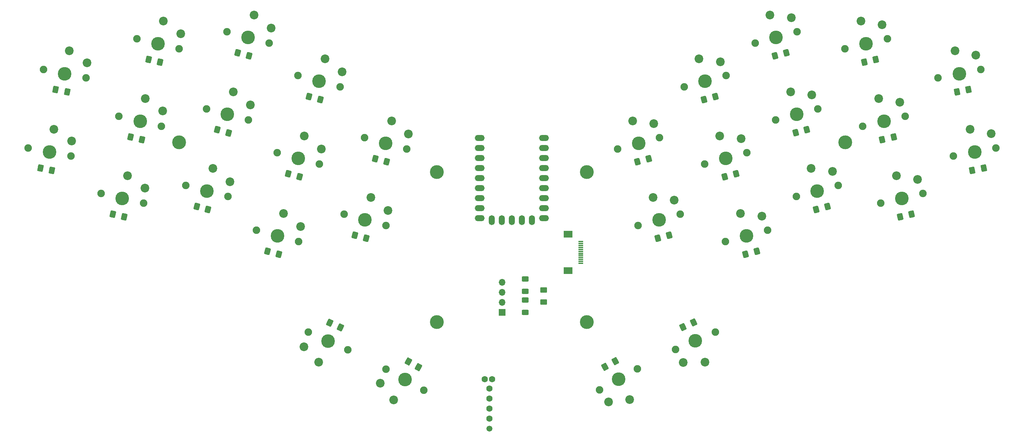
<source format=gts>
G04 #@! TF.GenerationSoftware,KiCad,Pcbnew,7.0.2-0*
G04 #@! TF.CreationDate,2023-09-16T16:42:04+01:00*
G04 #@! TF.ProjectId,buteo-mx,62757465-6f2d-46d7-982e-6b696361645f,0.0.1*
G04 #@! TF.SameCoordinates,Original*
G04 #@! TF.FileFunction,Soldermask,Top*
G04 #@! TF.FilePolarity,Negative*
%FSLAX46Y46*%
G04 Gerber Fmt 4.6, Leading zero omitted, Abs format (unit mm)*
G04 Created by KiCad (PCBNEW 7.0.2-0) date 2023-09-16 16:42:04*
%MOMM*%
%LPD*%
G01*
G04 APERTURE LIST*
G04 Aperture macros list*
%AMRoundRect*
0 Rectangle with rounded corners*
0 $1 Rounding radius*
0 $2 $3 $4 $5 $6 $7 $8 $9 X,Y pos of 4 corners*
0 Add a 4 corners polygon primitive as box body*
4,1,4,$2,$3,$4,$5,$6,$7,$8,$9,$2,$3,0*
0 Add four circle primitives for the rounded corners*
1,1,$1+$1,$2,$3*
1,1,$1+$1,$4,$5*
1,1,$1+$1,$6,$7*
1,1,$1+$1,$8,$9*
0 Add four rect primitives between the rounded corners*
20,1,$1+$1,$2,$3,$4,$5,0*
20,1,$1+$1,$4,$5,$6,$7,0*
20,1,$1+$1,$6,$7,$8,$9,0*
20,1,$1+$1,$8,$9,$2,$3,0*%
G04 Aperture macros list end*
%ADD10O,2.500000X1.500000*%
%ADD11O,1.500000X2.500000*%
%ADD12C,1.900000*%
%ADD13C,3.450000*%
%ADD14C,2.200000*%
%ADD15RoundRect,0.250001X-0.591239X-0.504941X0.310051X-0.713020X0.591239X0.504941X-0.310051X0.713020X0*%
%ADD16C,2.600000*%
%ADD17C,3.500000*%
%ADD18RoundRect,0.250001X-0.334746X-0.701765X0.573257X-0.525267X0.334746X0.701765X-0.573257X0.525267X0*%
%ADD19RoundRect,0.250001X-0.608501X-0.483999X0.284978X-0.723406X0.608501X0.483999X-0.284978X0.723406X0*%
%ADD20RoundRect,0.250001X-0.573257X-0.525267X0.334746X-0.701765X0.573257X0.525267X-0.334746X0.701765X0*%
%ADD21RoundRect,0.250001X-0.624999X0.462499X-0.624999X-0.462499X0.624999X-0.462499X0.624999X0.462499X0*%
%ADD22RoundRect,0.250000X-0.625000X0.400000X-0.625000X-0.400000X0.625000X-0.400000X0.625000X0.400000X0*%
%ADD23RoundRect,0.250001X-0.284978X-0.723406X0.608501X-0.483999X0.284978X0.723406X-0.608501X0.483999X0*%
%ADD24RoundRect,0.250001X0.676724X0.382850X-0.168304X0.759080X-0.676724X-0.382850X0.168304X-0.759080X0*%
%ADD25RoundRect,0.250001X-0.310051X-0.713020X0.591239X-0.504941X0.310051X0.713020X-0.591239X0.504941X0*%
%ADD26RoundRect,0.250001X0.707516X0.322412X-0.101505X0.770860X-0.707516X-0.322412X0.101505X-0.770860X0*%
%ADD27R,1.700000X1.700000*%
%ADD28O,1.700000X1.700000*%
%ADD29RoundRect,0.250001X0.101505X0.770860X-0.707516X0.322412X-0.101505X-0.770860X0.707516X-0.322412X0*%
%ADD30RoundRect,0.250001X0.168304X0.759080X-0.676724X0.382850X-0.168304X-0.759080X0.676724X-0.382850X0*%
%ADD31R,1.300000X0.300000*%
%ADD32R,2.200000X1.800000*%
%ADD33C,1.500000*%
%ADD34C,1.600000*%
G04 APERTURE END LIST*
D10*
X140869279Y-74717501D03*
X140869279Y-77257501D03*
X140869279Y-79797501D03*
X140869279Y-82337501D03*
X140869279Y-84877501D03*
X140869279Y-87417501D03*
X140869279Y-89957501D03*
X140869279Y-92497501D03*
X140869279Y-95037501D03*
D11*
X143909279Y-95537501D03*
X146449279Y-95537501D03*
X148989279Y-95537501D03*
X151529279Y-95537501D03*
X154069279Y-95537501D03*
D10*
X157109279Y-95037501D03*
X157109279Y-92497501D03*
X157109279Y-89957501D03*
X157109279Y-87417501D03*
X157109279Y-84877501D03*
X157109279Y-82337501D03*
X157109279Y-79797501D03*
X157109279Y-77257501D03*
X157109279Y-74717501D03*
D12*
X71734432Y-67329607D03*
D13*
X77047024Y-68753112D03*
D12*
X82359616Y-70176617D03*
D14*
X78574056Y-63054150D03*
X82860166Y-66376689D03*
D12*
X210507989Y-50671676D03*
D13*
X215820581Y-49248171D03*
D12*
X221133173Y-47824666D03*
D14*
X214293549Y-43549209D03*
X219666698Y-44283558D03*
D15*
X48052034Y-94025291D03*
X50950784Y-94694521D03*
D16*
X129995000Y-83370000D03*
D17*
X129995000Y-83370000D03*
D12*
X66534399Y-86736410D03*
D13*
X71846991Y-88159915D03*
D12*
X77159583Y-89583420D03*
D14*
X73374023Y-82460953D03*
X77660133Y-85783492D03*
D12*
X215734326Y-70176617D03*
D13*
X221046918Y-68753112D03*
D12*
X226359510Y-67329607D03*
D14*
X219519886Y-63054150D03*
X224893035Y-63788499D03*
D16*
X129985000Y-121340000D03*
D17*
X129985000Y-121340000D03*
D18*
X265444633Y-82908476D03*
X268364973Y-82340820D03*
D12*
X94917033Y-58928858D03*
D13*
X100229625Y-60352363D03*
D12*
X105542217Y-61775868D03*
D14*
X101756657Y-54653401D03*
X106042767Y-57975940D03*
D19*
X109295453Y-99355980D03*
X112169083Y-100125966D03*
D12*
X111738568Y-74656767D03*
D13*
X117051160Y-76080272D03*
D12*
X122363752Y-77503777D03*
D14*
X118578192Y-70381310D03*
X122864302Y-73703849D03*
D12*
X233225321Y-52096770D03*
D13*
X238584356Y-50859539D03*
D12*
X243943391Y-49622308D03*
D14*
X237257145Y-45110756D03*
X242601392Y-46032177D03*
D20*
X29767092Y-82346709D03*
X32687432Y-82914365D03*
D19*
X114464630Y-79973681D03*
X117338260Y-80743667D03*
D21*
X157064581Y-113287501D03*
X157064581Y-116262501D03*
D15*
X57088786Y-54869987D03*
X59987536Y-55539217D03*
D12*
X260643932Y-79334958D03*
D13*
X266042882Y-78285509D03*
D12*
X271441832Y-77236060D03*
D14*
X264917109Y-72493909D03*
X270225944Y-73601281D03*
D22*
X152416382Y-110499987D03*
X152416382Y-113599987D03*
D12*
X180922654Y-96886044D03*
D13*
X186235246Y-95462539D03*
D12*
X191547838Y-94039034D03*
D14*
X184708214Y-89763577D03*
X190081363Y-90497926D03*
D12*
X192551723Y-61775868D03*
D13*
X197864315Y-60352363D03*
D12*
X203176907Y-58928858D03*
D14*
X196337283Y-54653401D03*
X201710432Y-55387750D03*
D23*
X180742624Y-80730253D03*
X183616254Y-79960267D03*
X220748771Y-73406610D03*
X223622401Y-72636624D03*
D19*
X69277717Y-92060022D03*
X72151347Y-92830008D03*
D15*
X52550421Y-74473340D03*
X55449171Y-75142570D03*
D24*
X105674944Y-122756789D03*
X102957146Y-121546747D03*
D20*
X33599981Y-62477348D03*
X36520321Y-63045004D03*
D16*
X167985000Y-83360000D03*
D17*
X167985000Y-83360000D03*
D23*
X202816386Y-84557822D03*
X205690016Y-83787836D03*
D12*
X76959770Y-47824671D03*
D13*
X82272362Y-49248176D03*
D12*
X87584954Y-50671681D03*
D14*
X83799394Y-43549214D03*
X88085504Y-46871753D03*
D16*
X233285000Y-75820000D03*
D17*
X233285000Y-75820000D03*
D12*
X237757738Y-71728824D03*
D13*
X243116773Y-70491593D03*
D12*
X248475808Y-69254362D03*
D14*
X241789562Y-64742810D03*
X247133809Y-65664231D03*
D19*
X74470146Y-72652631D03*
X77343776Y-73422617D03*
D23*
X225934303Y-92836559D03*
X228807933Y-92066573D03*
D25*
X242655795Y-75143942D03*
X245554545Y-74474712D03*
D12*
X197789187Y-81322345D03*
D13*
X203101779Y-79898840D03*
D12*
X208414371Y-78475335D03*
D14*
X201574747Y-74199878D03*
X206947896Y-74934227D03*
D12*
X203048390Y-100949954D03*
D13*
X208360982Y-99526449D03*
D12*
X213673574Y-98102944D03*
D14*
X206833950Y-93827487D03*
X212207099Y-94561836D03*
D12*
X106546105Y-94039028D03*
D13*
X111858697Y-95462533D03*
D12*
X117171289Y-96886038D03*
D14*
X113385729Y-89763571D03*
X117671839Y-93086110D03*
D12*
X45104267Y-88806071D03*
D13*
X50463302Y-90043302D03*
D12*
X55822337Y-91280533D03*
D14*
X51790513Y-84294519D03*
X56189966Y-87465451D03*
D19*
X79665899Y-53132517D03*
X82539529Y-53902503D03*
D12*
X49618135Y-69254361D03*
D13*
X54977170Y-70491592D03*
D12*
X60336205Y-71728823D03*
D14*
X56304381Y-64742809D03*
X60703834Y-67913741D03*
D12*
X220934360Y-89583420D03*
D13*
X226246952Y-88159915D03*
D12*
X231559544Y-86736410D03*
D14*
X224719920Y-82460953D03*
X230093069Y-83195302D03*
D23*
X185940712Y-100126041D03*
X188814342Y-99356055D03*
D16*
X64815000Y-75810000D03*
D17*
X64815000Y-75810000D03*
D12*
X26652108Y-77236057D03*
D13*
X32051058Y-78285506D03*
D12*
X37450008Y-79334955D03*
D14*
X33176831Y-72493906D03*
X37684268Y-75509368D03*
D12*
X242271607Y-91280533D03*
D13*
X247630642Y-90043302D03*
D12*
X252989677Y-88806071D03*
D14*
X246303431Y-84294519D03*
X251647678Y-85215940D03*
D26*
X125395402Y-132798598D03*
X122793408Y-131356290D03*
D23*
X215523214Y-53904567D03*
X218396844Y-53134581D03*
D12*
X256785581Y-59485456D03*
D13*
X262184531Y-58436007D03*
D12*
X267583481Y-57386558D03*
D14*
X261058758Y-52644407D03*
X266367593Y-53751779D03*
D19*
X87163167Y-103405713D03*
X90036797Y-104175699D03*
D12*
X30510464Y-57386553D03*
D13*
X35909414Y-58436002D03*
D12*
X41308364Y-59485451D03*
D14*
X37035187Y-52644402D03*
X41542624Y-55659864D03*
D22*
X152390980Y-115833987D03*
X152390980Y-118933987D03*
D12*
X175728186Y-77503777D03*
D13*
X181040778Y-76080272D03*
D12*
X186353370Y-74656767D03*
D14*
X179513746Y-70381310D03*
X184886895Y-71115659D03*
D12*
X84420374Y-98102948D03*
D13*
X89732966Y-99526453D03*
D12*
X95045558Y-100949958D03*
D14*
X91259998Y-93827491D03*
X95546108Y-97150030D03*
D18*
X261576548Y-63063406D03*
X264496888Y-62495750D03*
D23*
X197565816Y-65010720D03*
X200439446Y-64240734D03*
D27*
X146498182Y-118958186D03*
D28*
X146498182Y-116418186D03*
X146498182Y-113878186D03*
X146498182Y-111338186D03*
D29*
X175133733Y-131306085D03*
X172531739Y-132748393D03*
D30*
X194956544Y-121479434D03*
X192238746Y-122689476D03*
D12*
X107541492Y-128426882D03*
D13*
X102516992Y-126189830D03*
D12*
X97492492Y-123952778D03*
D14*
X100117246Y-131579748D03*
X96403665Y-127627620D03*
D25*
X238160552Y-55508331D03*
X241059302Y-54839101D03*
D31*
X166435000Y-100985000D03*
X166435000Y-101485000D03*
X166435000Y-101985000D03*
X166435000Y-102485000D03*
X166435000Y-102985000D03*
X166435000Y-103485000D03*
X166435000Y-103985000D03*
X166435000Y-104485000D03*
X166435000Y-104985000D03*
X166435000Y-105485000D03*
X166435000Y-105985000D03*
X166435000Y-106485000D03*
D32*
X163185000Y-99085000D03*
X163185000Y-108385000D03*
D19*
X97672594Y-64251608D03*
X100546224Y-65021594D03*
D23*
X208072999Y-104175777D03*
X210946629Y-103405791D03*
D25*
X247178629Y-94689339D03*
X250077379Y-94020109D03*
D12*
X89679574Y-78475333D03*
D13*
X94992166Y-79898838D03*
D12*
X100304758Y-81322343D03*
D14*
X96519198Y-74199876D03*
X100805308Y-77522415D03*
D12*
X200426470Y-123892255D03*
D13*
X195401970Y-126129307D03*
D12*
X190377470Y-128366359D03*
D14*
X197801716Y-131519225D03*
X192379842Y-131634463D03*
D16*
X167995000Y-121350000D03*
D17*
X167995000Y-121350000D03*
D12*
X126759824Y-138617594D03*
D13*
X121949416Y-135951141D03*
D12*
X117139008Y-133284688D03*
D14*
X119089039Y-141111397D03*
X115734041Y-136850648D03*
D12*
X54150549Y-49622312D03*
D13*
X59509584Y-50859543D03*
D12*
X64868619Y-52096774D03*
D14*
X60836795Y-45110760D03*
X65236248Y-48281692D03*
D19*
X92427024Y-83789699D03*
X95300654Y-84559685D03*
D12*
X180779956Y-133224175D03*
D13*
X175969548Y-135890628D03*
D12*
X171159140Y-138557081D03*
D14*
X178829925Y-141050884D03*
X173438726Y-141638231D03*
D33*
X143350000Y-148360000D03*
D34*
X143350000Y-138250000D03*
X143350000Y-140790000D03*
X143350000Y-143330000D03*
X143350000Y-145870000D03*
X142125000Y-135860000D03*
X143975000Y-135860000D03*
M02*

</source>
